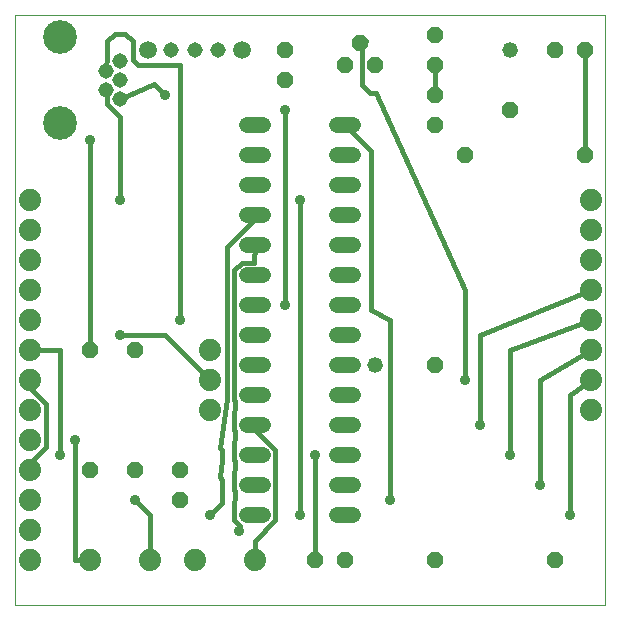
<source format=gtl>
G75*
%MOIN*%
%OFA0B0*%
%FSLAX25Y25*%
%IPPOS*%
%LPD*%
%AMOC8*
5,1,8,0,0,1.08239X$1,22.5*
%
%ADD10C,0.00000*%
%ADD11C,0.07400*%
%ADD12OC8,0.05200*%
%ADD13C,0.05200*%
%ADD14C,0.05150*%
%ADD15C,0.11220*%
%ADD16C,0.05200*%
%ADD17C,0.05937*%
%ADD18C,0.01600*%
%ADD19C,0.03562*%
D10*
X0005060Y0001800D02*
X0005060Y0198650D01*
X0201910Y0198650D01*
X0201910Y0001800D01*
X0005060Y0001800D01*
D11*
X0010060Y0016800D03*
X0010060Y0026800D03*
X0010060Y0036800D03*
X0010060Y0046800D03*
X0010060Y0056800D03*
X0010060Y0066800D03*
X0010060Y0076800D03*
X0010060Y0086800D03*
X0010060Y0096800D03*
X0010060Y0106800D03*
X0010060Y0116800D03*
X0010060Y0126800D03*
X0010060Y0136800D03*
X0070060Y0086800D03*
X0070060Y0076800D03*
X0070060Y0066800D03*
X0065060Y0016800D03*
X0050060Y0016800D03*
X0030060Y0016800D03*
X0085060Y0016800D03*
X0197060Y0066800D03*
X0197060Y0076800D03*
X0197060Y0086800D03*
X0197060Y0096800D03*
X0197060Y0106800D03*
X0197060Y0116800D03*
X0197060Y0126800D03*
X0197060Y0136800D03*
D12*
X0195060Y0151800D03*
X0170060Y0166800D03*
X0155060Y0151800D03*
X0145060Y0161800D03*
X0145060Y0171800D03*
X0145060Y0181800D03*
X0145060Y0191800D03*
X0125060Y0181800D03*
X0120060Y0189300D03*
X0115060Y0181800D03*
X0095060Y0176800D03*
X0095060Y0186800D03*
X0185060Y0186800D03*
X0195060Y0186800D03*
X0145060Y0081800D03*
X0145060Y0016800D03*
X0115060Y0016800D03*
X0105060Y0016800D03*
X0060060Y0036800D03*
X0060060Y0046800D03*
X0045060Y0046800D03*
X0030060Y0046800D03*
X0030060Y0086800D03*
X0045060Y0086800D03*
X0185060Y0016800D03*
D13*
X0125060Y0081800D03*
X0170060Y0186800D03*
D14*
X0072934Y0186800D03*
X0065060Y0186800D03*
X0057186Y0186800D03*
X0040139Y0183099D03*
X0035414Y0179950D03*
X0040139Y0176800D03*
X0035414Y0173650D03*
X0040139Y0170501D03*
D15*
X0020060Y0162430D03*
X0020060Y0191170D03*
D16*
X0082460Y0161800D02*
X0087660Y0161800D01*
X0087660Y0151800D02*
X0082460Y0151800D01*
X0082460Y0141800D02*
X0087660Y0141800D01*
X0087660Y0131800D02*
X0082460Y0131800D01*
X0082460Y0121800D02*
X0087660Y0121800D01*
X0087660Y0111800D02*
X0082460Y0111800D01*
X0082460Y0101800D02*
X0087660Y0101800D01*
X0087660Y0091800D02*
X0082460Y0091800D01*
X0082460Y0081800D02*
X0087660Y0081800D01*
X0087660Y0071800D02*
X0082460Y0071800D01*
X0082460Y0061800D02*
X0087660Y0061800D01*
X0087660Y0051800D02*
X0082460Y0051800D01*
X0082460Y0041800D02*
X0087660Y0041800D01*
X0087660Y0031800D02*
X0082460Y0031800D01*
X0112460Y0031800D02*
X0117660Y0031800D01*
X0117660Y0041800D02*
X0112460Y0041800D01*
X0112460Y0051800D02*
X0117660Y0051800D01*
X0117660Y0061800D02*
X0112460Y0061800D01*
X0112460Y0071800D02*
X0117660Y0071800D01*
X0117660Y0081800D02*
X0112460Y0081800D01*
X0112460Y0091800D02*
X0117660Y0091800D01*
X0117660Y0101800D02*
X0112460Y0101800D01*
X0112460Y0111800D02*
X0117660Y0111800D01*
X0117660Y0121800D02*
X0112460Y0121800D01*
X0112460Y0131800D02*
X0117660Y0131800D01*
X0117660Y0141800D02*
X0112460Y0141800D01*
X0112460Y0151800D02*
X0117660Y0151800D01*
X0117660Y0161800D02*
X0112460Y0161800D01*
D17*
X0080808Y0186800D03*
X0049312Y0186800D03*
D18*
X0044314Y0189828D02*
X0044314Y0183529D01*
X0046043Y0181800D01*
X0060060Y0181800D01*
X0060060Y0096800D01*
X0055060Y0091800D02*
X0070060Y0076800D01*
X0075860Y0070467D02*
X0075860Y0121140D01*
X0084802Y0130082D01*
X0085060Y0131800D01*
X0085060Y0121800D02*
X0084749Y0116000D01*
X0080720Y0116000D01*
X0078260Y0113540D01*
X0078260Y0070060D01*
X0078592Y0069728D01*
X0078260Y0063540D01*
X0078260Y0060060D01*
X0078592Y0059728D01*
X0078260Y0053540D01*
X0078260Y0050060D01*
X0078592Y0049728D01*
X0078260Y0043540D01*
X0078260Y0040060D01*
X0078592Y0039728D01*
X0078260Y0033540D01*
X0078260Y0030060D01*
X0080040Y0028280D01*
X0079955Y0026695D01*
X0085060Y0023260D02*
X0091860Y0030060D01*
X0091860Y0053540D01*
X0085060Y0060340D01*
X0085060Y0061800D01*
X0075860Y0070467D02*
X0073443Y0054356D01*
X0074260Y0053540D01*
X0074260Y0050060D01*
X0073409Y0044390D01*
X0074260Y0043540D01*
X0074260Y0041800D01*
X0074260Y0036000D01*
X0070060Y0031800D01*
X0074260Y0040060D02*
X0074260Y0041800D01*
X0085060Y0023260D02*
X0085060Y0016800D01*
X0100060Y0031800D02*
X0100060Y0136800D01*
X0123641Y0153219D02*
X0115060Y0161800D01*
X0123641Y0153219D02*
X0123641Y0100317D01*
X0130060Y0096736D01*
X0130060Y0036800D01*
X0105060Y0051800D02*
X0105060Y0016800D01*
X0050060Y0016800D02*
X0050060Y0031800D01*
X0045060Y0036800D01*
X0030060Y0016800D02*
X0025060Y0016800D01*
X0025060Y0056800D01*
X0020060Y0051800D02*
X0020060Y0086800D01*
X0010060Y0086800D01*
X0010060Y0076800D02*
X0010060Y0074295D01*
X0015360Y0068995D01*
X0015360Y0054605D01*
X0010060Y0049305D01*
X0010060Y0046800D01*
X0030060Y0086800D02*
X0030060Y0156800D01*
X0040060Y0164675D02*
X0035964Y0168772D01*
X0035964Y0173101D01*
X0035414Y0173650D01*
X0040139Y0170501D02*
X0051359Y0175501D01*
X0055060Y0171800D01*
X0055132Y0171872D01*
X0040060Y0164675D02*
X0040060Y0136800D01*
X0035414Y0179950D02*
X0035964Y0185499D01*
X0035964Y0189828D01*
X0038409Y0192274D01*
X0041868Y0192274D01*
X0044314Y0189828D01*
X0095060Y0166800D02*
X0095060Y0101800D01*
X0055060Y0091800D02*
X0040060Y0091800D01*
X0155060Y0106800D02*
X0125344Y0172600D01*
X0123320Y0172600D01*
X0120860Y0175060D01*
X0120860Y0188540D01*
X0122101Y0189781D01*
X0120060Y0189300D01*
X0145060Y0181800D02*
X0145060Y0171800D01*
X0195060Y0186800D02*
X0195060Y0151800D01*
X0197060Y0106800D02*
X0160060Y0091800D01*
X0160060Y0061800D01*
X0170060Y0051800D02*
X0170060Y0086800D01*
X0197060Y0096800D01*
X0197060Y0086800D02*
X0180060Y0076800D01*
X0180060Y0041800D01*
X0190060Y0031800D02*
X0190060Y0071800D01*
X0197060Y0076800D01*
X0155060Y0076800D02*
X0155060Y0106800D01*
D19*
X0155060Y0076800D03*
X0160060Y0061800D03*
X0170060Y0051800D03*
X0180060Y0041800D03*
X0190060Y0031800D03*
X0130060Y0036800D03*
X0105060Y0051800D03*
X0100060Y0031800D03*
X0079955Y0026695D03*
X0070060Y0031800D03*
X0045060Y0036800D03*
X0025060Y0056800D03*
X0020060Y0051800D03*
X0040060Y0091800D03*
X0060060Y0096800D03*
X0095060Y0101800D03*
X0100060Y0136800D03*
X0095060Y0166800D03*
X0055132Y0171872D03*
X0030060Y0156800D03*
X0040060Y0136800D03*
M02*

</source>
